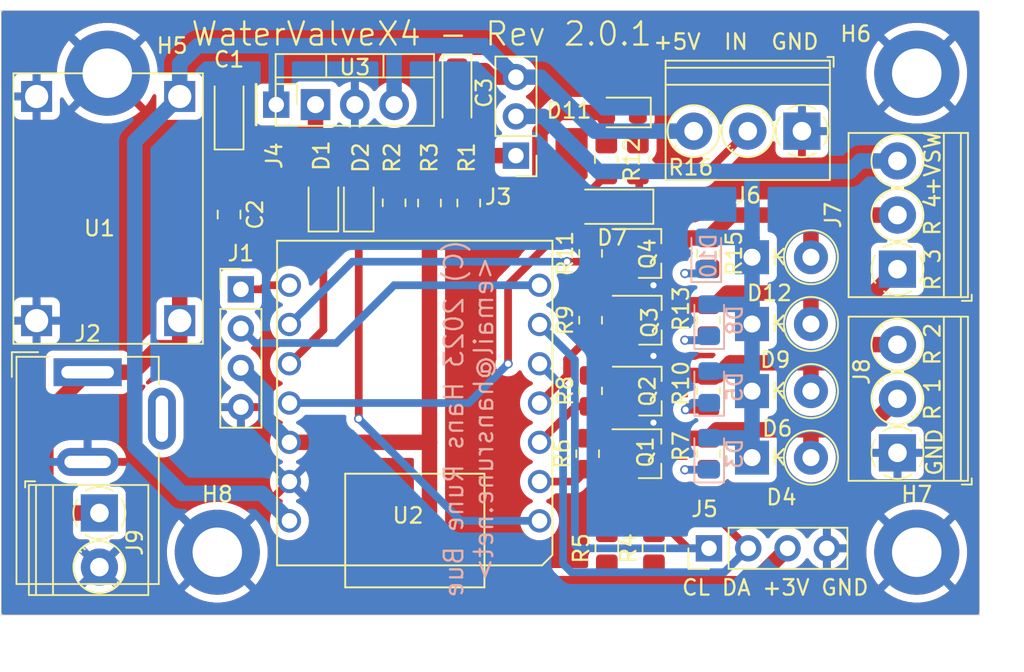
<source format=kicad_pcb>
(kicad_pcb (version 20240108) (generator "pcbnew") (generator_version "8.0")
  (title_block (title "4x Water Valve Control with Water Meter Input") (date "2020-03-01") (rev "Rev 1.1") (company "Hans Rune Bue <email@hansrune.net>"))
  (layers (0 "F.Cu" signal) (31 "B.Cu" signal) (34 "B.Paste" user) (35 "F.Paste" user) (36 "B.SilkS" user "B.Silkscreen") (37 "F.SilkS" user "F.Silkscreen") (38 "B.Mask" user) (39 "F.Mask" user) (44 "Edge.Cuts" user))
  (net 0 "")
  (net 1 "GND")
  (net 2 "+5V")
  (net 3 "+VSW")
  (net 4 "Net-(D1-K)")
  (net 5 "+3V3")
  (net 6 "Net-(D1-A)")
  (net 7 "/PwrIn")
  (net 8 "Net-(D2-A)")
  (net 9 "Net-(D3-K)")
  (net 10 "Net-(D5-K)")
  (net 11 "/GPIO3")
  (net 12 "Net-(D8-K)")
  (net 13 "Net-(D10-K)")
  (net 14 "Net-(D11-K)")
  (net 15 "/RX")
  (net 16 "/TX")
  (net 17 "/SDA")
  (net 18 "/Relay1")
  (net 19 "/Relay2")
  (net 20 "/Relay4")
  (net 21 "/Relay3")
  (net 22 "/GPIO2")
  (net 23 "/GPIO1")
  (net 24 "/SCL")
  (net 25 "Net-(D7-K)")
  (net 26 "Net-(Q1-G)")
  (net 27 "Net-(Q2-G)")
  (net 28 "Net-(Q3-G)")
  (net 29 "Net-(Q4-G)")
  (net 30 "/GPIO10")
  (net 31 "/GPIO8")
  (net 33 "/GPIO5")
  (footprint "Capacitor_Tantalum_SMD:CP_EIA-3216-18_Kemet-A_Pad1.58x1.35mm_HandSolder" (layer "F.Cu") (at 165.354 90.043 -90)
    (property "Reference" "C3" (at 0 -1.75 -90) (layer "F.SilkS"))
    (property "Value" "10uF")
    (pad "1" smd roundrect (at -1.4375 0 270) (size 1.575 1.35) (layers "F.Cu" "F.Paste" "F.Mask") (roundrect_rratio 0.185185) (net 2 "+5V"))
    (pad "2" smd roundrect (at 1.4375 0 270) (size 1.575 1.35) (layers "F.Cu" "F.Paste" "F.Mask") (roundrect_rratio 0.185185) (net 1 "GND"))
  )
  (footprint "Connector_PinHeader_2.54mm:PinHeader_1x04_P2.54mm_Vertical" (layer "F.Cu") (at 151.384 102.753)
    (property "Reference" "J1" (at 0 -2.33 0) (layer "F.SilkS"))
    (property "Value" "Conn_01x04_Male")
    (pad "1" thru_hole rect (at 0 0) (size 1.7 1.7) (drill 1) (layers "*.Cu" "*.Mask") (net 15 "/RX"))
    (pad "2" thru_hole oval (at 0 2.54) (size 1.7 1.7) (drill 1) (layers "*.Cu" "*.Mask") (net 16 "/TX"))
    (pad "3" thru_hole oval (at 0 5.08) (size 1.7 1.7) (drill 1) (layers "*.Cu" "*.Mask") (net 5 "+3V3"))
    (pad "4" thru_hole oval (at 0 7.62) (size 1.7 1.7) (drill 1) (layers "*.Cu" "*.Mask") (net 1 "GND"))
  )
  (footprint "LOCAL1:BarrelJack1" (layer "F.Cu") (at 141.478 108.119)
    (property "Reference" "J2" (at 0 -2.5 0) (layer "F.SilkS"))
    (property "Value" "Barrel_Jack")
    (pad "1" thru_hole rect (at 0 0) (size 4.4 1.8) (drill oval 3.4 0.8) (layers "*.Cu" "*.Mask") (net 7 "/PwrIn"))
    (pad "2" thru_hole oval (at 0 5.8) (size 4 1.8) (drill oval 3 0.8) (layers "*.Cu" "*.Mask") (net 1 "GND"))
    (pad "3" thru_hole oval (at 4.8 3 90) (size 4 1.8) (drill oval 3 0.8) (layers "*.Cu" "*.Mask"))
  )
  (footprint "Connector_PinHeader_2.54mm:PinHeader_1x03_P2.54mm_Vertical" (layer "F.Cu") (at 169.164 94.107 180)
    (property "Reference" "J3" (at 1.143 -2.667 180) (layer "F.SilkS"))
    (property "Value" "Conn_01x03_Male")
    (pad "1" thru_hole rect (at 0 0 180) (size 1.7 1.7) (drill 1) (layers "*.Cu" "*.Mask") (net 7 "/PwrIn"))
    (pad "2" thru_hole oval (at 0 2.54 180) (size 1.7 1.7) (drill 1) (layers "*.Cu" "*.Mask") (net 3 "+VSW"))
    (pad "3" thru_hole oval (at 0 5.08 180) (size 1.7 1.7) (drill 1) (layers "*.Cu" "*.Mask") (net 2 "+5V"))
  )
  (footprint "Connector_PinHeader_2.54mm:PinHeader_1x04_P2.54mm_Vertical" (layer "F.Cu") (at 181.642 119.507 90)
    (property "Reference" "J5" (at 2.54 -0.286 180) (layer "F.SilkS"))
    (property "Value" "Conn_01x04_Male")
    (pad "1" thru_hole rect (at 0 0 90) (size 1.7 1.7) (drill 1) (layers "*.Cu" "*.Mask") (net 24 "/SCL"))
    (pad "2" thru_hole oval (at 0 2.54 90) (size 1.7 1.7) (drill 1) (layers "*.Cu" "*.Mask") (net 17 "/SDA"))
    (pad "3" thru_hole oval (at 0 5.08 90) (size 1.7 1.7) (drill 1) (layers "*.Cu" "*.Mask") (net 5 "+3V3"))
    (pad "4" thru_hole oval (at 0 7.62 90) (size 1.7 1.7) (drill 1) (layers "*.Cu" "*.Mask") (net 1 "GND"))
  )
  (footprint "Package_TO_SOT_SMD:SOT-23_Handsoldering" (layer "F.Cu") (at 177.8 113.387)
    (property "Reference" "Q1" (at -0.254 -0.103 90) (layer "F.SilkS"))
    (property "Value" "IRLML2502")
    (pad "1" smd rect (at -1.5 -0.95) (size 1.9 0.8) (layers "F.Cu" "F.Paste" "F.Mask") (net 26 "Net-(Q1-G)"))
    (pad "2" smd rect (at -1.5 0.95) (size 1.9 0.8) (layers "F.Cu" "F.Paste" "F.Mask") (net 1 "GND"))
    (pad "3" smd rect (at 1.5 0) (size 1.9 0.8) (layers "F.Cu" "F.Paste" "F.Mask") (net 18 "/Relay1"))
  )
  (footprint "Package_TO_SOT_SMD:SOT-23_Handsoldering" (layer "F.Cu") (at 177.824 109.338)
    (property "Reference" "Q2" (at -0.151 0.009 90) (layer "F.SilkS"))
    (property "Value" "IRLML2502")
    (pad "1" smd rect (at -1.5 -0.95) (size 1.9 0.8) (layers "F.Cu" "F.Paste" "F.Mask") (net 27 "Net-(Q2-G)"))
    (pad "2" smd rect (at -1.5 0.95) (size 1.9 0.8) (layers "F.Cu" "F.Paste" "F.Mask") (net 1 "GND"))
    (pad "3" smd rect (at 1.5 0) (size 1.9 0.8) (layers "F.Cu" "F.Paste" "F.Mask") (net 19 "/Relay2"))
  )
  (footprint "Resistor_SMD:R_0805_2012Metric_Pad1.20x1.40mm_HandSolder" (layer "F.Cu") (at 173.99 109.323 90)
    (property "Reference" "R8" (at 0 -1.65 90) (layer "F.SilkS"))
    (property "Value" "1k")
    (pad "1" smd roundrect (at -1 0 90) (size 1.2 1.4) (layers "F.Cu" "F.Paste" "F.Mask") (roundrect_rratio 0.208333) (net 33 "/GPIO5"))
    (pad "2" smd roundrect (at 1 0 90) (size 1.2 1.4) (layers "F.Cu" "F.Paste" "F.Mask") (roundrect_rratio 0.208333) (net 27 "Net-(Q2-G)"))
  )
  (footprint "Resistor_SMD:R_0805_2012Metric_Pad1.20x1.40mm_HandSolder" (layer "F.Cu") (at 175.038 119.507 90)
    (property "Reference" "R5" (at 0 -1.65 90) (layer "F.SilkS"))
    (property "Value" "10k")
    (pad "1" smd roundrect (at -1 0 90) (size 1.2 1.4) (layers "F.Cu" "F.Paste" "F.Mask") (roundrect_rratio 0.208333) (net 5 "+3V3"))
    (pad "2" smd roundrect (at 1 0 90) (size 1.2 1.4) (layers "F.Cu" "F.Paste" "F.Mask") (roundrect_rratio 0.208333) (net 17 "/SDA"))
  )
  (footprint "Resistor_SMD:R_0805_2012Metric_Pad1.20x1.40mm_HandSolder" (layer "F.Cu") (at 173.7981 113.387 90)
    (property "Reference" "R6" (at 0 -1.65 90) (layer "F.SilkS"))
    (property "Value" "1k")
    (pad "1" smd roundrect (at -1 0 90) (size 1.2 1.4) (layers "F.Cu" "F.Paste" "F.Mask") (roundrect_rratio 0.208333) (net 23 "/GPIO1"))
    (pad "2" smd roundrect (at 1 0 90) (size 1.2 1.4) (layers "F.Cu" "F.Paste" "F.Mask") (roundrect_rratio 0.208333) (net 26 "Net-(Q1-G)"))
  )
  (footprint "Resistor_SMD:R_0805_2012Metric_Pad1.20x1.40mm_HandSolder" (layer "F.Cu") (at 181.61 113.387 -90)
    (property "Reference" "R7" (at -0.484 1.778 -90) (layer "F.SilkS"))
    (property "Value" "1k")
    (pad "1" smd roundrect (at -1 0 270) (size 1.2 1.4) (layers "F.Cu" "F.Paste" "F.Mask") (roundrect_rratio 0.208333) (net 18 "/Relay1"))
    (pad "2" smd roundrect (at 1 0 270) (size 1.2 1.4) (layers "F.Cu" "F.Paste" "F.Mask") (roundrect_rratio 0.208333) (net 9 "Net-(D3-K)"))
  )
  (footprint "LOCAL1:XIAO_ESP32C3_THT" (layer "F.Cu") (at 171.523 99.609 180)
    (property "Reference" "U2" (at 9.3345 -17.78 180) (layer "F.SilkS"))
    (property "Value" "SeedStudio XIAO ESP32 C3 v1")
    (pad "1" thru_hole circle (at 0.835 -18.12 180) (size 1.5 1.5) (drill 1) (layers "*.Cu" "*.Mask") (net 22 "/GPIO2"))
    (pad "2" thru_hole circle (at 0.835 -15.58 180) (size 1.5 1.5) (drill 1) (layers "*.Cu" "*.Mask") (net 23 "/GPIO1"))
    (pad "3" thru_hole circle (at 0.835 -13.04 180) (size 1.5 1.5) (drill 1) (layers "*.Cu" "*.Mask") (net 33 "/GPIO5"))
    (pad "4" thru_hole circle (at 0.835 -10.5 180) (size 1.5 1.5) (drill 1) (layers "*.Cu" "*.Mask") (net 11 "/GPIO3"))
    (pad "5" thru_hole circle (at 0.835 -7.96 180) (size 1.5 1.5) (drill 1) (layers "*.Cu" "*.Mask") (net 17 "/SDA"))
    (pad "6" thru_hole circle (at 0.835 -5.42 180) (size 1.5 1.5) (drill 1) (layers "*.Cu" "*.Mask") (net 24 "/SCL"))
    (pad "7" thru_hole circle (at 0.835 -2.88 180) (size 1.5 1.5) (drill 1) (layers "*.Cu" "*.Mask") (net 16 "/TX"))
    (pad "8" thru_hole circle (at 17 -2.88 180) (size 1.5 1.5) (drill 1) (layers "*.Cu" "*.Mask") (net 15 "/RX"))
    (pad "9" thru_hole circle (at 17 -5.42 180) (size 1.5 1.5) (drill 1) (layers "*.Cu" "*.Mask") (net 31 "/GPIO8"))
    (pad "10" thru_hole circle (at 17 -7.96 180) (size 1.5 1.5) (drill 1) (layers "*.Cu" "*.Mask") (net 4 "Net-(D1-K)"))
    (pad "11" thru_hole circle (at 17 -10.5 180) (size 1.5 1.5) (drill 1) (layers "*.Cu" "*.Mask") (net 30 "/GPIO10"))
    (pad "12" thru_hole circle (at 17 -13.04 180) (size 1.5 1.5) (drill 1) (layers "*.Cu" "*.Mask") (net 5 "+3V3"))
    (pad "13" thru_hole circle (at 17 -15.58 180) (size 1.5 1.5) (drill 1) (layers "*.Cu" "*.Mask") (net 1 "GND"))
    (pad "14" thru_hole circle (at 17 -18.12 180) (size 1.5 1.5) (drill 1) (layers "*.Cu" "*.Mask") (net 2 "+5V"))
  )
  (footprint "Package_TO_SOT_THT:TO-220-3_Vertical" (layer "F.Cu") (at 156.21 90.805)
    (property "Reference" "U3" (at 2.54 -2.413 0) (layer "F.SilkS"))
    (property "Value" "L7805")
    (pad "1" thru_hole rect (at 0 0) (size 1.905 2) (drill 1.1) (layers "*.Cu" "*.Mask") (net 7 "/PwrIn"))
    (pad "2" thru_hole oval (at 2.54 0) (size 1.905 2) (drill 1.1) (layers "*.Cu" "*.Mask") (net 1 "GND"))
    (pad "3" thru_hole oval (at 5.08 0) (size 1.905 2) (drill 1.1) (layers "*.Cu" "*.Mask") (net 2 "+5V"))
  )
  (footprint "Resistor_SMD:R_0805_2012Metric_Pad1.20x1.40mm_HandSolder" (layer "F.Cu") (at 181.61 109.323 -90)
    (property "Reference" "R10" (at -0.484 1.778 -90) (layer "F.SilkS"))
    (property "Value" "1k")
    (pad "1" smd roundrect (at -1 0 270) (size 1.2 1.4) (layers "F.Cu" "F.Paste" "F.Mask") (roundrect_rratio 0.208333) (net 19 "/Relay2"))
    (pad "2" smd roundrect (at 1 0 270) (size 1.2 1.4) (layers "F.Cu" "F.Paste" "F.Mask") (roundrect_rratio 0.208333) (net 10 "Net-(D5-K)"))
  )
  (footprint "Capacitor_SMD:C_0805_2012Metric_Pad1.18x1.45mm_HandSolder" (layer "F.Cu") (at 150.622 97.917 -90)
    (property "Reference" "C2" (at 0 -1.68 -90) (layer "F.SilkS"))
    (property "Value" "100nF")
    (pad "1" smd roundrect (at -1.0375 0 270) (size 1.175 1.45) (layers "F.Cu" "F.Paste" "F.Mask") (roundrect_rratio 0.212766) (net 7 "/PwrIn"))
    (pad "2" smd roundrect (at 1.0375 0 270) (size 1.175 1.45) (layers "F.Cu" "F.Paste" "F.Mask") (roundrect_rratio 0.212766) (net 1 "GND"))
  )
  (footprint "Resistor_SMD:R_0805_2012Metric_Pad1.20x1.40mm_HandSolder" (layer "F.Cu") (at 178.086 119.507 90)
    (property "Reference" "R4" (at 0 -1.65 90) (layer "F.SilkS"))
    (property "Value" "10k")
    (pad "1" smd roundrect (at -1 0 90) (size 1.2 1.4) (layers "F.Cu" "F.Paste" "F.Mask") (roundrect_rratio 0.208333) (net 5 "+3V3"))
    (pad "2" smd roundrect (at 1 0 90) (size 1.2 1.4) (layers "F.Cu" "F.Paste" "F.Mask") (roundrect_rratio 0.208333) (net 24 "/SCL"))
  )
  (footprint "LED_SMD:LED_0805_2012Metric_Pad1.15x1.40mm_HandSolder" (layer "F.Cu") (at 159.004 97.155 90)
    (property "Reference" "D2" (at 2.921 0.127 90) (layer "F.SilkS"))
    (property "Value" "LED")
    (pad "1" smd roundrect (at -1.025 0 90) (size 1.15 1.4) (layers "F.Cu" "F.Paste" "F.Mask") (roundrect_rratio 0.217391) (net 22 "/GPIO2"))
    (pad "2" smd roundrect (at 1.025 0 90) (size 1.15 1.4) (layers "F.Cu" "F.Paste" "F.Mask") (roundrect_rratio 0.217391) (net 8 "Net-(D2-A)"))
  )
  (footprint "Resistor_SMD:R_0805_2012Metric_Pad1.20x1.40mm_HandSolder" (layer "F.Cu") (at 163.576 97.171 -90)
    (property "Reference" "R3" (at -2.937 0 -90) (layer "F.SilkS"))
    (property "Value" "330")
    (pad "1" smd roundrect (at -1 0 270) (size 1.2 1.4) (layers "F.Cu" "F.Paste" "F.Mask") (roundrect_rratio 0.208333) (net 8 "Net-(D2-A)"))
    (pad "2" smd roundrect (at 1 0 270) (size 1.2 1.4) (layers "F.Cu" "F.Paste" "F.Mask") (roundrect_rratio 0.208333) (net 5 "+3V3"))
  )
  (footprint "TerminalBlock_Phoenix:TerminalBlock_Phoenix_PT-1,5-3-3.5-H_1x03_P3.50mm_Horizontal" (layer "F.Cu") (at 193.826 101.449 90)
    (property "Reference" "J7" (at 3.5 -4.16 90) (layer "F.SilkS"))
    (property "Value" "Screw_Terminal_01x03")
    (pad "1" thru_hole rect (at 0 0 90) (size 2.4 2.4) (drill 1.2) (layers "*.Cu" "*.Mask") (net 21 "/Relay3"))
    (pad "2" thru_hole circle (at 3.5 0 90) (size 2.4 2.4) (drill 1.2) (layers "*.Cu" "*.Mask") (net 20 "/Relay4"))
    (pad "3" thru_hole circle (at 7 0 90) (size 2.4 2.4) (drill 1.2) (layers "*.Cu" "*.Mask") (net 3 "+VSW"))
  )
  (footprint "LOCAL1:DCDC_01" (layer "F.Cu") (at 138.43 91.029 180)
    (property "Reference" "U1" (at -3.81 -7.777 0) (layer "F.SilkS"))
    (property "Value" "Project_DCDC_01")
    (pad "1" thru_hole rect (at -9 -13.75 270) (size 2 2) (drill 1.5) (layers "*.Cu" "*.Mask") (net 7 "/PwrIn"))
    (pad "2" thru_hole rect (at 0.25 -13.75 270) (size 2 2) (drill 1.5) (layers "*.Cu" "*.Mask") (net 1 "GND"))
    (pad "3" thru_hole rect (at -9 0.75 270) (size 2 2) (drill 1.5) (layers "*.Cu" "*.Mask") (net 2 "+5V"))
    (pad "4" thru_hole rect (at 0.25 0.75 270) (size 2 2) (drill 1.5) (layers "*.Cu" "*.Mask") (net 1 "GND"))
  )
  (footprint "Diode_THT:D_DO-41_SOD81_P3.81mm_Vertical_KathodeUp" (layer "F.Cu") (at 184.4233 113.641)
    (property "Reference" "D4" (at 1.905 2.564 0) (layer "F.SilkS"))
    (property "Value" "1N4007")
    (fp_text user "K" (at 1.729683 0 0) (layer "F.SilkS"))
    (pad "1" thru_hole rect (at 0 0) (size 2.2 2.2) (drill 1.1) (layers "*.Cu" "*.Mask") (net 3 "+VSW"))
    (pad "2" thru_hole oval (at 3.81 0) (size 2.2 2.2) (drill 1.1) (layers "*.Cu" "*.Mask") (net 18 "/Relay1"))
  )
  (footprint "Diode_THT:D_DO-41_SOD81_P3.81mm_Vertical_KathodeUp" (layer "F.Cu") (at 184.4233 109.338)
    (property "Reference" "D6" (at 1.6317 2.422 0) (layer "F.SilkS"))
    (property "Value" "1N4007")
    (fp_text user "K" (at 1.729683 0 0) (layer "F.SilkS"))
    (pad "1" thru_hole rect (at 0 0) (size 2.2 2.2) (drill 1.1) (layers "*.Cu" "*.Mask") (net 3 "+VSW"))
    (pad "2" thru_hole oval (at 3.81 0) (size 2.2 2.2) (drill 1.1) (layers "*.Cu" "*.Mask") (net 19 "/Relay2"))
  )
  (footprint "TerminalBlock_Phoenix:TerminalBlock_Phoenix_PT-1,5-3-3.5-H_1x03_P3.50mm_Horizontal" (layer "F.Cu") (at 193.826 113.331 90)
    (property "Reference" "J8" (at 5.254 -2.31 90) (layer "F.SilkS"))
    (property "Value" "Screw_Terminal_01x03")
    (pad "1" thru_hole rect (at 0 0 90) (size 2.4 2.4) (drill 1.2) (layers "*.Cu" "*.Mask") (net 1 "GND"))
    (pad "2" thru_hole circle (at 3.5 0 90) (size 2.4 2.4) (drill 1.2) (layers "*.Cu" "*.Mask") (net 18 "/Relay1"))
    (pad "3" thru_hole circle (at 7 0 90) (size 2.4 2.4) (drill 1.2) (layers "*.Cu" "*.Mask") (net 19 "/Relay2"))
  )
  (footprint "Diode_THT:D_DO-41_SOD81_P3.81mm_Vertical_KathodeUp" (layer "F.Cu") (at 184.4233 104.996)
    (property "Reference" "D9" (at 1.5047 2.319 0) (layer "F.SilkS"))
    (property "Value" "1N4007")
    (fp_text user "K" (at 1.729683 0 0) (layer "F.SilkS"))
    (pad "1" thru_hole rect (at 0 0) (size 2.2 2.2) (drill 1.1) (layers "*.Cu" "*.Mask") (net 3 "+VSW"))
    (pad "2" thru_hole oval (at 3.81 0) (size 2.2 2.2) (drill 1.1) (layers "*.Cu" "*.Mask") (net 21 "/Relay3"))
  )
  (footprint "Diode_THT:D_DO-41_SOD81_P3.81mm_Vertical_KathodeUp" (layer "F.Cu") (at 184.4233 100.678)
    (property "Reference" "D12" (at 1.1237 2.319 0) (layer "F.SilkS"))
    (property "Value" "1N4007")
    (fp_text user "K" (at 1.729683 0 0) (layer "F.SilkS"))
    (pad "1" thru_hole rect (at 0 0) (size 2.2 2.2) (drill 1.1) (layers "*.Cu" "*.Mask") (net 3 "+VSW"))
    (pad "2" thru_hole oval (at 3.81 0) (size 2.2 2.2) (drill 1.1) (layers "*.Cu" "*.Mask") (net 20 "/Relay4"))
  )
  (footprint "Resistor_SMD:R_0805_2012Metric_Pad1.20x1.40mm_HandSolder" (layer "F.Cu") (at 173.99 100.433 90)
    (property "Reference" "R11" (at 0 -1.65 90) (layer "F.SilkS"))
    (property "Value" "1k")
    (pad "1" smd roundrect (at -1 0 90) (size 1.2 1.4) (layers "F.Cu" "F.Paste" "F.Mask") (roundrect_rratio 0.208333) (net 31 "/GPIO8"))
    (pad "2" smd roundrect (at 1 0 90) (size 1.2 1.4) (layers "F.Cu" "F.Paste" "F.Mask") (roundrect_rratio 0.208333) (net 29 "Net-(Q4-G)"))
  )
  (footprint "Resistor_SMD:R_0805_2012Metric_Pad1.20x1.40mm_HandSolder" (layer "F.Cu") (at 173.99 104.751 90)
    (property "Reference" "R9" (at 0 -1.65 90) (layer "F.SilkS"))
    (property "Value" "1k")
    (pad "1" smd roundrect (at -1 0 90) (size 1.2 1.4) (layers "F.Cu" "F.Paste" "F.Mask") (roundrect_rratio 0.208333) (net 11 "/GPIO3"))
    (pad "2" smd roundrect (at 1 0 90) (size 1.2 1.4) (layers "F.Cu" "F.Paste" "F.Mask") (roundrect_rratio 0.208333) (net 28 "Net-(Q3-G)"))
  )
  (footprint "Package_TO_SOT_SMD:SOT-23_Handsoldering" (layer "F.Cu") (at 177.824 104.751)
    (property "Reference" "Q3" (at -0.024 0.151 90) (layer "F.SilkS"))
    (property "Value" "IRLML2502")
    (pad "1" smd rect (at -1.5 -0.95) (size 1.9 0.8) (layers "F.Cu" "F.Paste" "F.Mask") (net 28 "Net-(Q3-G)"))
    (pad "2" smd rect (at -1.5 0.95) (size 1.9 0.8) (layers "F.Cu" "F.Paste" "F.Mask") (net 1 "GND"))
    (pad "3" smd rect (at 1.5 0) (size 1.9 0.8) (layers "F.Cu" "F.Paste" "F.Mask") (net 21 "/Relay3"))
  )
  (footprint "Resistor_SMD:R_0805_2012Metric_Pad1.20x1.40mm_HandSolder" (layer "F.Cu") (at 181.61 104.751 -90)
    (property "Reference" "R13" (at -0.738 1.778 -90) (layer "F.SilkS"))
    (property "Value" "1k")
    (pad "1" smd roundrect (at -1 0 270) (size 1.2 1.4) (layers "F.Cu" "F.Paste" "F.Mask") (roundrect_rratio 0.208333) (net 21 "/Relay3"))
    (pad "2" smd roundrect (at 1 0 270) (size 1.2 1.4) (layers "F.Cu" "F.Paste" "F.Mask") (roundrect_rratio 0.208333) (net 12 "Net-(D8-K)"))
  )
  (footprint "Resistor_SMD:R_0805_2012Metric_Pad1.20x1.40mm_HandSolder" (layer "F.Cu") (at 181.61 100.433 -90)
    (property "Reference" "R15" (at 0 -1.65 -90) (layer "F.SilkS"))
    (property "Value" "1k")
    (pad "1" smd roundrect (at -1 0 270) (size 1.2 1.4) (layers "F.Cu" "F.Paste" "F.Mask") (roundrect_rratio 0.208333) (net 20 "/Relay4"))
    (pad "2" smd roundrect (at 1 0 270) (size 1.2 1.4) (layers "F.Cu" "F.Paste" "F.Mask") (roundrect_rratio 0.208333) (net 13 "Net-(D10-K)"))
  )
  (footprint "Package_TO_SOT_SMD:SOT-23_Handsoldering" (layer "F.Cu") (at 177.8 100.433)
    (property "Reference" "Q4" (at -0.127 0.024 90) (layer "F.SilkS"))
    (property "Value" "IRLML2502")
    (pad "1" smd rect (at -1.5 -0.95) (size 1.9 0.8) (layers "F.Cu" "F.Paste" "F.Mask") (net 29 "Net-(Q4-G)"))
    (pad "2" smd rect (at -1.5 0.95) (size 1.9 0.8) (layers "F.Cu" "F.Paste" "F.Mask") (net 1 "GND"))
    (pad "3" smd rect (at 1.5 0) (size 1.9 0.8) (layers "F.Cu" "F.Paste" "F.Mask") (net 20 "/Relay4"))
  )
  (footprint "Connector_PinHeader_2.54mm:PinHeader_1x01_P2.54mm_Vertical" (layer "F.Cu") (at 153.67 90.805 -90)
    (property "Reference" "J4" (at 3.302 0.127 -90) (layer "F.SilkS"))
    (property "Value" "Conn_01x01_Male")
    (pad "1" thru_hole rect (at 0 0 270) (size 1.7 1.7) (drill 1) (layers "*.Cu" "*.Mask") (net 2 "+5V"))
  )
  (footprint "Capacitor_Tantalum_SMD:CP_EIA-3216-18_Kemet-A_Pad1.58x1.35mm_HandSolder" (layer "F.Cu") (at 150.622 91.2237 90)
    (property "Reference" "C1" (at 3.3397 0 180) (layer "F.SilkS"))
    (property "Value" "10uF")
    (pad "1" smd roundrect (at -1.4375 0 90) (size 1.575 1.35) (layers "F.Cu" "F.Paste" "F.Mask") (roundrect_rratio 0.185185) (net 7 "/PwrIn"))
    (pad "2" smd roundrect (at 1.4375 0 90) (size 1.575 1.35) (layers "F.Cu" "F.Paste" "F.Mask") (roundrect_rratio 0.185185) (net 1 "GND"))
  )
  (footprint "Resistor_SMD:R_0805_2012Metric_Pad1.20x1.40mm_HandSolder" (layer "F.Cu") (at 175.006 94.361 -90)
    (property "Reference" "R12" (at 0 -1.65 90) (layer "F.SilkS"))
    (property "Value" "10k")
    (pad "1" smd roundrect (at -1 0 270) (size 1.2 1.4) (layers "F.Cu" "F.Paste" "F.Mask") (roundrect_rratio 0.208333) (net 5 "+3V3"))
    (pad "2" smd roundrect (at 1 0 270) (size 1.2 1.4) (layers "F.Cu" "F.Paste" "F.Mask") (roundrect_rratio 0.208333) (net 30 "/GPIO10"))
  )
  (footprint "Resistor_SMD:R_0805_2012Metric_Pad1.20x1.40mm_HandSolder" (layer "F.Cu") (at 166.116 97.171 -90)
    (property "Reference" "R1" (at -2.937 0.127 -90) (layer "F.SilkS"))
    (property "Value" "330")
    (pad "1" smd roundrect (at -1 0 270) (size 1.2 1.4) (layers "F.Cu" "F.Paste" "F.Mask") (roundrect_rratio 0.208333) (net 6 "Net-(D1-A)"))
    (pad "2" smd roundrect (at 1 0 270) (size 1.2 1.4) (layers "F.Cu" "F.Paste" "F.Mask") (roundrect_rratio 0.208333) (net 5 "+3V3"))
  )
  (footprint "Diode_SMD:D_MiniMELF" (layer "F.Cu") (at 175.387 97.409 180)
    (property "Reference" "D7" (at 0 -2 0) (layer "F.SilkS"))
    (property "Value" "1N4148")
    (pad "1" smd roundrect (at -1.75 0 180) (size 1.3 1.7) (layers "F.Cu" "F.Paste" "F.Mask") (roundrect_rratio 0.1923076923) (net 25 "Net-(D7-K)"))
    (pad "2" smd roundrect (at 1.75 0 180) (size 1.3 1.7) (layers "F.Cu" "F.Paste" "F.Mask") (roundrect_rratio 0.1923076923) (net 30 "/GPIO10"))
  )
  (footprint "MountingHole:MountingHole_3.2mm_M3_ISO14580_Pad" (layer "F.Cu") (at 195.072 119.761)
    (property "Reference" "H7" (at 0 -3.75 0) (layer "F.SilkS"))
    (property "Value" "MountingHole_Pad")
    (pad "1" thru_hole circle (at 0 0) (size 5.5 5.5) (drill 3.2) (layers "*.Cu" "*.Mask") (net 1 "GND"))
  )
  (footprint "Resistor_SMD:R_0805_2012Metric_Pad1.20x1.40mm_HandSolder" (layer "F.Cu") (at 177.047 94.361 90)
    (property "Reference" "R16" (at -0.508 3.42 180) (layer "F.SilkS"))
    (property "Value" "330")
    (pad "1" smd roundrect (at -1 0 90) (size 1.2 1.4) (layers "F.Cu" "F.Paste" "F.Mask") (roundrect_rratio 0.208333) (net 25 "Net-(D7-K)"))
    (pad "2" smd roundrect (at 1 0 90) (size 1.2 1.4) (layers "F.Cu" "F.Paste" "F.Mask") (roundrect_rratio 0.208333) (net 14 "Net-(D11-K)"))
  )
  (footprint "LED_SMD:LED_0805_2012Metric_Pad1.15x1.40mm_HandSolder" (layer "F.Cu") (at 156.718 97.155 90)
    (property "Reference" "D1" (at 3.048 -0.127 90) (layer "F.SilkS"))
    (property "Value" "LED")
    (pad "1" smd roundrect (at -1.025 0 90) (size 1.15 1.4) (layers "F.Cu" "F.Paste" "F.Mask") (roundrect_rratio 0.217391) (net 4 "Net-(D1-K)"))
    (pad "2" smd roundrect (at 1.025 0 90) (size 1.15 1.4) (layers "F.Cu" "F.Paste" "F.Mask") (roundrect_rratio 0.217391) (net 6 "Net-(D1-A)"))
  )
  (footprint "Resistor_SMD:R_0805_2012Metric_Pad1.20x1.40mm_HandSolder" (layer "F.Cu") (at 161.29 97.155 90)
    (property "Reference" "R2" (at 2.921 -0.127 90) (layer "F.SilkS"))
    (property "Value" "10k")
    (pad "1" smd roundrect (at -1 0 90) (size 1.2 1.4) (layers "F.Cu" "F.Paste" "F.Mask") (roundrect_rratio 0.208333) (net 5 "+3V3"))
    (pad "2" smd roundrect (at 1 0 90) (size 1.2 1.4) (layers "F.Cu" "F.Paste" "F.Mask") (roundrect_rratio 0.208333) (net 22 "/GPIO2"))
  )
  (footprint "MountingHole:MountingHole_3.2mm_M3_ISO14580_Pad" (layer "F.Cu") (at 142.748 88.773)
    (property "Reference" "H5" (at 4.191 -1.778 0) (layer "F.SilkS"))
    (property "Value" "MountingHole_Pad")
    (pad "1" thru_hole circle (at 0 0) (size 5.5 5.5) (drill 3.2) (layers "*.Cu" "*.Mask") (net 1 "GND"))
  )
  (footprint "TerminalBlock_Phoenix:TerminalBlock_Phoenix_PT-1,5-2-3.5-H_1x02_P3.50mm_Horizontal" (layer "F.Cu") (at 142.24 117.221 -90)
    (property "Reference" "J9" (at 1.905 -2.286 -90) (layer "F.SilkS"))
    (property "Value" "Screw_Terminal_01x02")
    (pad "1" thru_hole rect (at 0 0 270) (size 2.4 2.4) (drill 1.2) (layers "*.Cu" "*.Mask") (net 7 "/PwrIn"))
    (pad "2" thru_hole circle (at 3.5 0 270) (size 2.4 2.4) (drill 1.2) (layers "*.Cu" "*.Mask") (net 1 "GND"))
  )
  (footprint "LED_SMD:LED_0805_2012Metric_Pad1.15x1.40mm_HandSolder" (layer "F.Cu") (at 176.022 91.313 180)
    (property "Reference" "D11" (at 3.429 0.127 180) (layer "F.SilkS"))
    (property "Value" "LED")
    (pad "1" smd roundrect (at -1.025 0 180) (size 1.15 1.4) (layers "F.Cu" "F.Paste" "F.Mask") (roundrect_rratio 0.217391) (net 14 "Net-(D11-K)"))
    (pad "2" smd roundrect (at 1.025 0 180) (size 1.15 1.4) (layers "F.Cu" "F.Paste" "F.Mask") (roundrect_rratio 0.217391) (net 5 "+3V3"))
  )
  (footprint "MountingHole:MountingHole_3.2mm_M3_ISO14580_Pad" (layer "F.Cu") (at 149.86 119.761)
    (property "Reference" "H8" (at 0 -3.75 0) (layer "F.SilkS"))
    (property "Value" "MountingHole_Pad")
    (pad "1" thru_hole circle (at 0 0) (size 5.5 5.5) (drill 3.2) (layers "*.Cu" "*.Mask") (net 1 "GND"))
  )
  (footprint "MountingHole:MountingHole_3.2mm_M3_ISO14580_Pad" (layer "F.Cu") (at 195.072 88.773)
    (property "Reference" "H6" (at -3.937 -2.54 0) (layer "F.SilkS"))
    (property "Value" "MountingHole_Pad")
    (pad "1" thru_hole circle (at 0 0) (size 5.5 5.5) (drill 3.2) (layers "*.Cu" "*.Mask") (net 1 "GND"))
  )
  (footprint "TerminalBlock_Phoenix:TerminalBlock_Phoenix_PT-1,5-3-3.5-H_1x03_P3.50mm_Horizontal" (layer "F.Cu") (at 187.65 92.521 180)
    (property "Reference" "J6" (at 3.5 -4.16 180) (layer "F.SilkS"))
    (property "Value" "Screw_Terminal_01x03")
    (pad "1" thru_hole rect (at 0 0 180) (size 2.4 2.4) (drill 1.2) (layers "*.Cu" "*.Mask") (net 1 "GND"))
    (pad "2" thru_hole circle (at 3.5 0 180) (size 2.4 2.4) (drill 1.2) (layers "*.Cu" "*.Mask") (net 25 "Net-(D7-K)"))
    (pad "3" thru_hole circle (at 7 0 180) (size 2.4 2.4) (drill 1.2) (layers "*.Cu" "*.Mask") (net 2 "+5V"))
  )
  (footprint "LED_SMD:LED_0805_2012Metric_Pad1.15x1.40mm_HandSolder" (layer "B.Cu") (at 181.658 113.387 90)
    (property "Reference" "D3" (at 0 1.65 -90) (layer "B.SilkS") (effects (justify mirror)))
    (property "Value" "LED")
    (pad "1" smd roundrect (at -1.025 0 90) (size 1.15 1.4) (layers "B.Cu" "B.Paste" "B.Mask") (roundrect_rratio 0.217391) (net 9 "Net-(D3-K)"))
    (pad "2" smd roundrect (at 1.025 0 90) (size 1.15 1.4) (layers "B.Cu" "B.Paste" "B.Mask") (roundrect_rratio 0.217391) (net 3 "+VSW"))
  )
  (footprint "LED_SMD:LED_0805_2012Metric_Pad1.15x1.40mm_HandSolder" (layer "B.Cu") (at 181.658 104.751 90)
    (property "Reference" "D8" (at 0 1.65 -90) (layer "B.SilkS") (effects (justify mirror)))
    (property "Value" "LED")
    (pad "1" smd roundrect (at -1.025 0 90) (size 1.15 1.4) (layers "B.Cu" "B.Paste" "B.Mask") (roundrect_rratio 0.217391) (net 12 "Net-(D8-K)"))
    (pad "2" smd roundrect (at 1.025 0 90) (size 1.15 1.4) (layers "B.Cu" "B.Paste" "B.Mask") (roundrect_rratio 0.217391) (net 3 "+VSW"))
  )
  (footprint "LED_SMD:LED_0805_2012Metric_Pad1.15x1.40mm_HandSolder" (layer "B.Cu") (at 181.4661 100.424 90)
    (property "Reference" "D10" (at -0.16 0.1439 -90) (layer "B.SilkS") (effects (justify mirror)))
    (property "Value" "LED")
    (pad "1" smd roundrect (at -1.025 0 90) (size 1.15 1.4) (layers "B.Cu" "B.Paste" "B.Mask") (roundrect_rratio 0.217391) (net 13 "Net-(D10-K)"))
    (pad "2" smd roundrect (at 1.025 0 90) (size 1.15 1.4) (layers "B.Cu" "B.Paste" "B.Mask") (roundrect_rratio 0.217391) (net 3 "+VSW"))
  )
  (footprint "LED_SMD:LED_0805_2012Metric_Pad1.15x1.40mm_HandSolder" (layer "B.Cu") (at 181.658 109.069 90)
    (property "Reference" "D5" (at 0 1.65 -90) (layer "B.SilkS") (effects (justify mirror)))
    (property "Value" "LED")
    (pad "1" smd roundrect (at -1.025 0 90) (size 1.15 1.4) (layers "B.Cu" "B.Paste" "B.Mask") (roundrect_rratio 0.217391) (net 10 "Net-(D5-K)"))
    (pad "2" smd roundrect (at 1.025 0 90) (size 1.15 1.4) (layers "B.Cu" "B.Paste" "B.Mask") (roundrect_rratio 0.217391) (net 3 "+VSW"))
  )
  (gr_line (start 199.136 84.709) (end 135.89 84.709) (stroke (width 0.05)) (layer "Edge.Cuts"))
  (gr_line (start 199.136 123.825) (end 199.136 84.709) (stroke (width 0.05)) (layer "Edge.Cuts"))
  (gr_line (start 135.89 123.825) (end 199.136 123.825) (stroke (width 0.05)) (layer "Edge.Cuts"))
  (gr_line (start 135.89 84.709) (end 135.89 123.825) (stroke (width 0.05)) (layer "Edge.Cuts"))
  (gr_text "(C) 2023 Hans Rune Bue\n<email@hansrune.net>" (at 166.116 111.125 -270) (layer "B.SilkS") (effects (font (size 1.2 1.2)) (justify mirror)))
  (gr_text "+5V  IN  GND" (at 183.388 86.741 0) (layer "F.SilkS") (effects (font (size 1 1))))
  (gr_text "R 4" (at 196.088 97.917 90) (layer "F.SilkS") (effects (font (size 1 1))))
  (gr_text "R 3" (at 196.088 101.473 90) (layer "F.SilkS") (effects (font (size 1 1))))
  (gr_text "CL DA +3V GND" (at 185.928 122.047 0) (layer "F.SilkS") (effects (font (size 1 1))))
  (gr_text "R 1" (at 196.088 109.855 90) (layer "F.SilkS") (effects (font (size 1 1))))
  (gr_text "+VSW" (at 196.088 94.615 90) (layer "F.SilkS") (effects (font (size 1 1))))
  (gr_text "GND" (at 196.215 113.284 90) (layer "F.SilkS") (effects (font (size 1 1))))
  (gr_text "WaterValveX4 - Rev 2.0.1\n" (at 163.068 86.233 0) (layer "F.SilkS") (effects (font (size 1.5 1.5))))
  (gr_text "R 2" (at 196.088 106.299 90) (layer "F.SilkS") (effects (font (size 1 1))))
  (via (at 178.054 102.489) (size 0.6) (drill 0.4) (layers "F.Cu" "B.Cu") (net 1))
  (via (at 178.054 107.061) (size 0.6) (drill 0.4) (layers "F.Cu" "B.Cu") (net 1))
  (via (at 178.054 111.379) (size 0.6) (drill 0.4) (layers "F.Cu" "B.Cu") (net 1))
  (segment (start 169.164 89.027) (end 167.564 89.027) (width 1) (layer "F.Cu") (net 2))
  (segment (start 167.564 89.027) (end 167.1425 88.6055) (width 1) (layer "F.Cu") (net 2))
  (segment (start 167.1425 88.6055) (end 165.354 88.6055) (width 1) (layer "F.Cu") (net 2))
  (segment (start 148.59 86.995) (end 147.43 88.155) (width 1) (layer "B.Cu") (net 2))
  (segment (start 144.526 112.903) (end 147.574 115.951) (width 1) (layer "B.Cu") (net 2))
  (segment (start 147.43 88.155) (end 147.43 90.279) (width 1) (layer "B.Cu") (net 2))
  (segment (start 153.67 90.805) (end 153.67 87.249) (width 1) (layer "B.Cu") (net 2))
  (segment (start 161.29 90.805) (end 161.29 86.995) (width 1) (layer "B.Cu") (net 2))
  (segment (start 174.258 92.521) (end 170.764 89.027) (width 1) (layer "B.Cu") (net 2))
  (segment (start 180.65 92.521) (end 174.258 92.521) (width 1) (layer "B.Cu") (net 2))
  (segment (start 161.29 86.995) (end 153.924 86.995) (width 1) (layer "B.Cu") (net 2))
  (segment (start 147.43 90.279) (end 144.526 93.183) (width 1) (layer "B.Cu") (net 2))
  (segment (start 169.164 89.027) (end 167.132 86.995) (width 1) (layer "B.Cu") (net 2))
  (segment (start 152.745 115.951) (end 154.523 117.729) (width 1) (layer "B.Cu") (net 2))
  (segment (start 167.132 86.995) (end 161.29 86.995) (width 1) (layer "B.Cu") (net 2))
  (segment (start 153.924 86.995) (end 148.59 86.995) (width 1) (layer "B.Cu") (net 2))
  (segment (start 169.164 89.027) (end 170.764 89.027) (width 1) (layer "B.Cu") (net 2))
  (segment (start 153.67 87.249) (end 153.924 86.995) (width 1) (layer "B.Cu") (net 2))
  (segment (start 147.574 115.951) (end 152.745 115.951) (width 1) (layer "B.Cu") (net 2))
  (segment (start 144.526 93.183) (end 144.526 112.903) (width 1) (layer "B.Cu") (net 2))
  (segment (start 181.658 112.362) (end 184.2023 112.362) (width 1) (layer "B.Cu") (net 3))
  (segment (start 184.4233 103.726) (end 181.658 103.726) (width 1) (layer "B.Cu") (net 3))
  (segment (start 184.4233 103.726) (end 184.4233 104.996) (width 1) (layer "B.Cu") (net 3))
  (segment (start 184.4233 95.1423) (end 184.404 95.123) (width 1) (layer "B.Cu") (net 3))
  (segment (start 190.754 95.123) (end 184.404 95.123) (width 1) (layer "B.Cu") (net 3))
  (segment (start 181.658 108.044) (end 184.3903 108.044) (width 1) (layer "B.Cu") (net 3))
  (segment (start 184.4233 108.077) (end 184.4233 104.996) (width 1) (layer "B.Cu") (net 3))
  (segment (start 184.4233 113.641) (end 184.4233 112.141) (width 1) (layer "B.Cu") (net 3))
  (segment (start 181.4661 99.399) (end 184.3813 99.399) (width 1) (layer "B.Cu") (net 3))
  (segment (start 184.4233 99.441) (end 184.4233 95.1423) (width 1) (layer "B.Cu") (net 3))
  (segment (start 184.404 95.123) (end 174.498 95.123) (width 1) (layer "B.Cu") (net 3))
  (segment (start 184.3903 108.044) (end 184.4233 108.077) (width 1) (layer "B.Cu") (net 3))
  (segment (start 193.826 94.449) (end 191.428 94.449) (width 1) (layer "B.Cu") (net 3))
  (segment (start 184.3813 99.399) (end 184.4233 99.441) (width 1) (layer "B.Cu") (net 3))
  (segment (start 174.498 95.123) (end 170.942 91.567) (width 1) (layer "B.Cu") (net 3))
  (segment (start 184.4233 100.678) (end 184.4233 103.726) (width 1) (layer "B.Cu") (net 3))
  (segment (start 184.2023 112.362) (end 184.4233 112.141) (width 1) (layer "B.Cu") (net 3))
  (segment (start 184.4233 100.678) (end 184.4233 99.441) (width 1) (layer "B.Cu") (net 3))
  (segment (start 170.942 91.567) (end 169.164 91.567) (width 1) (layer "B.Cu") (net 3))
  (segment (start 191.428 94.449) (end 190.754 95.123) (width 1) (layer "B.Cu") (net 3))
  (segment (start 184.4233 109.338) (end 184.4233 108.077) (width 1) (layer "B.Cu") (net 3))
  (segment (start 184.4233 112.141) (end 184.4233 109.338) (width 1) (layer "B.Cu") (net 3))
  (segment (start 156.718 98.18) (end 156.718 105.374) (width 0.5) (layer "F.Cu") (net 4))
  (segment (start 156.718 105.374) (end 154.523 107.569) (width 0.5) (layer "F.Cu") (net 4))
  (segment (start 166.116 98.171) (end 169.446 98.171) (width 1) (layer "F.Cu") (net 5))
  (segment (start 163.576 98.171) (end 163.576 112.649) (width 1) (layer "F.Cu") (net 5))
  (segment (start 175.006 121.793) (end 164.338 121.793) (width 1) (layer "F.Cu") (net 5))
  (segment (start 166.116 98.171) (end 163.576 98.171) (width 1) (layer "F.Cu") (net 5))
  (segment (start 171.958 91.313) (end 170.714 92.557) (width 1) (layer "F.Cu") (net 5))
  (segment (start 175.006 91.322) (end 174.997 91.313) (width 1) (layer "F.Cu") (net 5))
  (segment (start 170.714 92.557) (end 170.714 96.903) (width 1) (layer "F.Cu") (net 5))
  (segment (start 178.054 121.793) (end 175.006 121.793) (width 1) (layer "F.Cu") (net 5))
  (segment (start 163.576 121.031) (end 163.576 112.649) (width 1) (layer "F.Cu") (net 5))
  (segment (start 186.722 119.507) (end 184.436 121.793) (width 1) (layer "F.Cu") (net 5))
  (segment (start 175.038 121.761) (end 175.006 121.793) (width 1) (layer "F.Cu") (net 5))
  (segment (start 164.338 121.793) (end 163.576 121.031) (width 1) (layer "F.Cu") (net 5))
  (segment (start 175.038 120.507) (end 175.038 121.761) (width 1) (layer "F.Cu") (net 5))
  (segment (start 163.576 98.171) (end 163.56 98.155) (width 1) (layer "F.Cu") (net 5))
  (segment (start 174.997 91.313) (end 171.958 91.313) (width 1) (layer "F.Cu") (net 5))
  (segment (start 178.086 121.761) (end 178.054 121.793) (width 1) (layer "F.Cu") (net 5))
  (segment (start 178.086 120.507) (end 178.086 121.761) (width 1) (layer "F.Cu") (net 5))
  (segment (start 184.436 121.793) (end 178.054 121.793) (width 1) (layer "F.Cu") (net 5))
  (segment (start 170.714 96.903) (end 170.208 97.409) (width 1) (layer "F.Cu") (net 5))
  (segment (start 175.006 93.361) (end 175.006 91.322) (width 1) (layer "F.Cu") (net 5))
  (segment (start 163.56 98.155) (end 161.29 98.155) (width 1) (layer "F.Cu") (net 5))
  (segment (start 154.523 112.649) (end 163.576 112.649) (width 1) (layer "F.Cu") (net 5))
  (segment (start 169.446 98.171) (end 170.208 97.409) (width 1) (layer "F.Cu") (net 5))
  (segment (start 154.523 112.649) (end 153.0035 111.1295) (width 1) (layer "B.Cu") (net 5))
  (segment (start 153.0035 109.4525) (end 151.384 107.833) (width 1) (layer "B.Cu") (net 5))
  (segment (start 153.0035 111.1295) (end 153.0035 109.4525) (width 1) (layer "B.Cu") (net 5))
  (segment (start 158.9691 94.3838) (end 164.3288 94.3838) (width 0.5) (layer "F.Cu") (net 6))
  (segment (start 157.2229 96.13) (end 158.9691 94.3838) (width 0.5) (layer "F.Cu") (net 6))
  (segment (start 156.718 96.13) (end 157.2229 96.13) (width 0.5) (layer "F.Cu") (net 6))
  (segment (start 164.3288 94.3838) (end 166.116 96.171) (width 0.5) (layer "F.Cu") (net 6))
  (segment (start 150.622 96.8795) (end 150.622 92.6612) (width 1) (layer "F.Cu") (net 7))
  (segment (start 147.43 104.779) (end 147.43 106.529) (width 1) (layer "F.Cu") (net 7))
  (segment (start 141.478 108.119) (end 144.428 108.119) (width 1) (layer "F.Cu") (net 7))
  (segment (start 150.622 92.6612) (end 156.1038 92.6612) (width 1) (layer "F.Cu") (net 7))
  (segment (start 150.475 96.8795) (end 150.622 96.8795) (width 1) (layer "F.Cu") (net 7))
  (segment (start 156.8564 93.2014) (end 166.6584 93.2014) (width 1) (layer "F.Cu") (net 7))
  (segment (start 144.428 108.119) (end 146.018 106.529) (width 1) (layer "F.Cu") (net 7))
  (segment (start 169.164 94.107) (end 167.564 94.107) (width 1) (layer "F.Cu") (net 7))
  (segment (start 147.43 104.779) (end 147.43 99.9245) (width 1) (layer "F.Cu") (net 7))
  (segment (start 138.778 110.819) (end 141.478 108.119) (width 1) (layer "F.Cu") (net 7))
  (segment (start 147.43 99.9245) (end 150.475 96.8795) (width 1) (layer "F.Cu") (net 7))
  (segment (start 142.24 117.221) (end 140.04 117.221) (width 1) (layer "F.Cu") (net 7))
  (segment (start 166.6584 93.2014) (end 167.564 94.107) (width 1) (layer "F.Cu") (net 7))
  (segment (start 156.21 92.555) (end 156.8564 93.2014) (width 1) (layer "F.Cu") (net 7))
  (segment (start 146.018 106.529) (end 147.43 106.529) (width 1) (layer "F.Cu") (net 7))
  (segment (start 156.1038 92.6612) (end 156.21 92.555) (width 1) (layer "F.Cu") (net 7))
  (segment (start 156.21 90.805) (end 156.21 92.555) (width 1) (layer "F.Cu") (net 7))
  (segment (start 138.778 115.959) (end 138.778 110.819) (width 1) (layer "F.Cu") (net 7))
  (segment (start 140.04 117.221) (end 138.778 115.959) (width 1) (layer "F.Cu") (net 7))
  (segment (start 162.5049 95.0999) (end 163.576 96.171) (width 0.5) (layer "F.Cu") (net 8))
  (segment (start 160.0341 95.0999) (end 162.5049 95.0999) (width 0.5) (layer "F.Cu") (net 8))
  (segment (start 159.004 96.13) (end 160.0341 95.0999) (width 0.5) (layer "F.Cu") (net 8))
  (segment (start 181.57 114.427) (end 180.086004 114.427) (width 0.5) (layer "F.Cu") (net 9))
  (segment (start 181.61 114.387) (end 181.57 114.427) (width 0.5) (layer "F.Cu") (net 9))
  (via (at 180.086004 114.427) (size 0.6) (drill 0.4) (layers "F.Cu" "B.Cu") (net 9))
  (segment (start 181.643 114.427) (end 180.086004 114.427) (width 0.5) (layer "B.Cu") (net 9))
  (segment (start 181.658 114.412) (end 181.643 114.427) (width 0.5) (layer "B.Cu") (net 9))
  (segment (start 180.1276 110.5394) (end 181.3936 110.5394) (width 0.5) (layer "F.Cu") (net 10))
  (segment (start 181.3936 110.5394) (end 181.61 110.323) (width 0.5) (layer "F.Cu") (net 10))
  (via (at 180.1276 110.5394) (size 0.6) (drill 0.4) (layers "F.Cu" "B.Cu") (net 10))
  (segment (start 180.573 110.094) (end 180.1276 110.5394) (width 0.5) (layer "B.Cu") (net 10))
  (segment (start 181.658 110.094) (end 180.573 110.094) (width 0.5) (layer "B.Cu") (net 10))
  (segment (start 170.688 110.109) (end 172.4692 108.3278) (width 0.5) (layer "F.Cu") (net 11))
  (segment (start 172.4692 108.3278) (end 172.4692 107.2718) (width 0.5) (layer "F.Cu") (net 11))
  (segment (start 172.4692 107.2718) (end 173.99 105.751) (width 0.5) (layer "F.Cu") (net 11))
  (segment (start 181.316 106.045) (end 180.086 106.045) (width 0.5) (layer "F.Cu") (net 12))
  (segment (start 181.61 105.751) (end 181.316 106.045) (width 0.5) (layer "F.Cu") (net 12))
  (via (at 180.086 106.045) (size 0.6) (drill 0.4) (layers "F.Cu" "B.Cu") (net 12))
  (segment (start 181.389 106.045) (end 180.086 106.045) (width 0.5) (layer "B.Cu") (net 12))
  (segment (start 181.658 105.776) (end 181.389 106.045) (width 0.5) (layer "B.Cu") (net 12))
  (segment (start 181.61 101.433) (end 181.316 101.727) (width 0.5) (layer "F.Cu") (net 13))
  (segment (start 181.316 101.727) (end 180.086 101.727) (width 0.5) (layer "F.Cu") (net 13))
  (via (at 180.086 101.727) (size 0.6) (drill 0.4) (layers "F.Cu" "B.Cu") (net 13))
  (segment (start 181.4661 101.449) (end 181.1881 101.727) (width 0.5) (layer "B.Cu") (net 13))
  (segment (start 181.1881 101.727) (end 180.086 101.727) (width 0.5) (layer "B.Cu") (net 13))
  (segment (start 177.047 93.361) (end 177.047 91.313) (width 0.5) (layer "F.Cu") (net 14))
  (segment (start 152.998 102.489) (end 152.734 102.753) (width 0.5) (layer "F.Cu") (net 15))
  (segment (start 151.384 102.753) (end 152.734 102.753) (width 0.5) (layer "F.Cu") (net 15))
  (segment (start 154.523 102.489) (end 152.998 102.489) (width 0.5) (layer "F.Cu") (net 15))
  (segment (start 157.55 106.229) (end 161.29 102.489) (width 0.5) (layer "B.Cu") (net 16))
  (segment (start 161.29 102.489) (end 170.688 102.489) (width 0.5) (layer "B.Cu") (net 16))
  (segment (start 152.32 106.229) (end 157.55 106.229) (width 0.5) (layer "B.Cu") (net 16))
  (segment (start 151.384 105.293) (end 152.32 106.229) (width 0.5) (layer "B.Cu") (net 16))
  (segment (start 182.1138 117.4388) (end 184.182 119.507) (width 0.5) (layer "F.Cu") (net 17))
  (segment (start 175.038 118.507) (end 176.1062 117.4388) (width 0.5) (layer "F.Cu") (net 17))
  (segment (start 176.1062 117.4388) (end 182.1138 117.4388) (width 0.5) (layer "F.Cu") (net 17))
  (segment (start 184.182 119.507) (end 182.634 121.055) (width 0.5) (layer "B.Cu") (net 17))
  (segment (start 172.212 120.523) (end 172.212 109.093) (width 0.5) (layer "B.Cu") (net 17))
  (segment (start 172.744 121.055) (end 172.212 120.523) (width 0.5) (layer "B.Cu") (net 17))
  (segment (start 182.634 121.055) (end 172.744 121.055) (width 0.5) (layer "B.Cu") (net 17))
  (segment (start 172.212 109.093) (end 170.688 107.569) (width 0.5) (layer "B.Cu") (net 17))
  (segment (start 188.2333 111.8603) (end 188.214 111.841) (width 1) (layer "F.Cu") (net 18))
  (segment (start 182.156 111.841) (end 188.214 111.841) (width 1) (layer "F.Cu") (net 18))
  (segment (start 181.61 112.387) (end 182.156 111.841) (width 1) (layer "F.Cu") (net 18))
  (segment (start 181.61 112.387) (end 180.3 112.387) (width 1) (layer "F.Cu") (net 18))
  (segment (start 192.278 111.125) (end 192.532 111.125) (width 1) (layer "F.Cu") (net 18))
  (segment (start 192.532 111.125) (end 193.826 109.831) (width 1) (layer "F.Cu") (net 18))
  (segment (start 180.3 112.387) (end 179.3 113.387) (width 1) (layer "F.Cu") (net 18))
  (segment (start 188.214 111.841) (end 191.562 111.841) (width 1) (layer "F.Cu") (net 18))
  (segment (start 191.562 111.841) (end 192.278 111.125) (width 1) (layer "F.Cu") (net 18))
  (segment (start 188.2333 113.641) (end 188.2333 111.8603) (width 1) (layer "F.Cu") (net 18))
  (segment (start 191.2589 106.331) (end 190.0833 107.5066) (width 1) (layer "F.Cu") (net 19))
  (segment (start 180.339 108.323) (end 179.324 109.338) (width 1) (layer "F.Cu") (net 19))
  (segment (start 181.61 108.323) (end 180.339 108.323) (width 1) (layer "F.Cu") (net 19))
  (segment (start 183.0267 107.5066) (end 182.2103 108.323) (width 1) (layer "F.Cu") (net 19))
  (segment (start 188.2333 107.5259) (end 188.214 107.5066) (width 1) (layer "F.Cu") (net 19))
  (segment (start 188.214 107.5066) (end 183.0267 107.5066) (width 1) (layer "F.Cu") (net 19))
  (segment (start 190.0833 107.5066) (end 188.214 107.5066) (width 1) (layer "F.Cu") (net 19))
  (segment (start 193.826 106.331) (end 191.2589 106.331) (width 1) (layer "F.Cu") (net 19))
  (segment (start 182.2103 108.323) (end 181.61 108.323) (width 1) (layer "F.Cu") (net 19))
  (segment (start 188.2333 109.338) (end 188.2333 107.5259) (width 1) (layer "F.Cu") (net 19))
  (segment (start 188.2333 97.9683) (end 188.214 97.949) (width 1) (layer "F.Cu") (net 20))
  (segment (start 181.61 99.433) (end 183.094 97.949) (width 1) (layer "F.Cu") (net 20))
  (segment (start 180.3 99.433) (end 179.3 100.433) (width 1) (layer "F.Cu") (net 20))
  (segment (start 188.2333 100.678) (end 188.2333 97.9683) (width 1) (layer "F.Cu") (net 20))
  (segment (start 183.094 97.949) (end 188.214 97.949) (width 1) (layer "F.Cu") (net 20))
  (segment (start 181.61 99.433) (end 180.3 99.433) (width 1) (layer "F.Cu") (net 20))
  (segment (start 188.214 97.949) (end 193.826 97.949) (width 1) (layer "F.Cu") (net 20))
  (segment (start 181.61 103.751) (end 182.0683 103.751) (width 1) (layer "F.Cu") (net 21))
  (segment (start 188.214 102.997) (end 192.278 102.997) (width 1) (layer "F.Cu") (net 21))
  (segment (start 180.324 103.751) (end 179.324 104.751) (width 1) (layer "F.Cu") (net 21))
  (segment (start 188.2333 103.0163) (end 188.214 102.997) (width 1) (layer "F.Cu") (net 21))
  (segment (start 181.61 103.751) (end 180.324 103.751) (width 1) (layer "F.Cu") (net 21))
  (segment (start 182.8223 102.997) (end 188.214 102.997) (width 1) (layer "F.Cu") (net 21))
  (segment (start 192.278 102.997) (end 193.826 101.449) (width 1) (layer "F.Cu") (net 21))
  (segment (start 188.2333 104.996) (end 188.2333 103.0163) (width 1) (layer "F.Cu") (net 21))
  (segment (start 182.0683 103.751) (end 182.8223 102.997) (width 1) (layer "F.Cu") (net 21))
  (segment (start 161.29 96.155) (end 161.029 96.155) (width 0.5) (layer "F.Cu") (net 22))
  (segment (start 161.029 96.155) (end 159.004 98.18) (width 0.5) (layer "F.Cu") (net 22))
  (segment (start 159.004 111.125) (end 159.004 98.18) (width 0.5) (layer "F.Cu") (net 22))
  (via (at 159.004 111.125) (size 0.6) (drill 0.4) (layers "F.Cu" "B.Cu") (net 22))
  (segment (start 165.608 117.729) (end 170.688 117.729) (width 0.5) (layer "B.Cu") (net 22))
  (segment (start 165.608 117.729) (end 159.004 111.125) (width 0.5) (layer "B.Cu") (net 22))
  (segment (start 173.7981 114.387) (end 172.9961 115.189) (width 0.5) (layer "F.Cu") (net 23))
  (segment (start 172.9961 115.189) (end 170.688 115.189) (width 0.5) (layer "F.Cu") (net 23))
  (segment (start 178.086 118.507) (end 179.292 118.507) (width 0.5) (layer "F.Cu") (net 24))
  (segment (start 181.642 119.507) (end 180.292 119.507) (width 0.5) (layer "F.Cu") (net 24))
  (segment (start 179.292 118.507) (end 180.292 119.507) (width 0.5) (layer "F.Cu") (net 24))
  (segment (start 181.642 119.507) (end 173.204 119.507) (width 0.5) (layer "B.Cu") (net 24))
  (segment (start 173.204 119.507) (end 172.974 119.277) (width 0.5) (layer "B.Cu") (net 24))
  (segment (start 172.974 107.315) (end 170.688 105.029) (width 0.5) (layer "B.Cu") (net 24))
  (segment (start 172.974 119.277) (end 172.974 107.315) (width 0.5) (layer "B.Cu") (net 24))
  (segment (start 177.137 95.451) (end 177.047 95.361) (width 0.5) (layer "F.Cu") (net 25))
  (segment (start 177.137 97.409) (end 177.137 95.451) (width 0.5) (layer "F.Cu") (net 25))
  (segment (start 181.31 95.361) (end 177.047 95.361) (width 0.5) (layer "F.Cu") (net 25))
  (segment (start 184.15 92.521) (end 181.31 95.361) (width 0.5) (layer "F.Cu") (net 25))
  (segment (start 174.8 112.387) (end 174.85 112.437) (width 0.5) (layer "F.Cu") (net 26))
  (segment (start 176.3 112.437) (end 174.85 112.437) (width 0.5) (layer "F.Cu") (net 26))
  (segment (start 173.7981 112.387) (end 174.8 112.387) (width 0.5) (layer "F.Cu") (net 26))
  (segment (start 176.324 108.388) (end 174.874 108.388) (width 0.5) (layer "F.Cu") (net 27))
  (segment (start 173.99 108.323) (end 174.809 108.323) (width 0.5) (layer "F.Cu") (net 27))
  (segment (start 174.809 108.323) (end 174.874 108.388) (width 0.5) (layer "F.Cu") (net 27))
  (segment (start 176.324 103.801) (end 174.874 103.801) (width 0.5) (layer "F.Cu") (net 28))
  (segment (start 174.824 103.751) (end 174.874 103.801) (width 0.5) (layer "F.Cu") (net 28))
  (segment (start 173.99 103.751) (end 174.824 103.751) (width 0.5) (layer "F.Cu") (net 28))
  (segment (start 174.8 99.433) (end 174.85 99.483) (width 0.5) (layer "F.Cu") (net 29))
  (segment (start 176.3 99.483) (end 174.85 99.483) (width 0.5) (layer "F.Cu") (net 29))
  (segment (start 173.99 99.433) (end 174.8 99.433) (width 0.5) (layer "F.Cu") (net 29))
  (segment (start 170.152 100.965) (end 170.152 100.894) (width 0.5) (layer "F.Cu") (net 30))
  (segment (start 168.656 102.461) (end 170.152 100.965) (width 0.5) (layer "F.Cu") (net 30))
  (segment (start 173.637 97.409) (end 173.637 96.73) (width 0.5) (layer "F.Cu") (net 30))
  (segment (start 173.637 96.73) (end 175.006 95.361) (width 0.5) (layer "F.Cu") (net 30))
  (segment (start 170.152 100.894) (end 173.637 97.409) (width 0.5) (layer "F.Cu") (net 30))
  (segment (start 168.656 107.569) (end 168.656 102.461) (width 0.5) (layer "F.Cu") (net 30))
  (via (at 168.656 107.569) (size 0.6) (drill 0.4) (layers "F.Cu" "B.Cu") (net 30))
  (segment (start 166.116 110.109) (end 168.656 107.569) (width 0.5) (layer "B.Cu") (net 30))
  (segment (start 154.523 110.109) (end 166.116 110.109) (width 0.5) (layer "B.Cu") (net 30))
  (segment (start 172.466 100.965) (end 173.522 100.965) (width 0.5) (layer "F.Cu") (net 31))
  (segment (start 173.522 100.965) (end 173.99 101.433) (width 0.5) (layer "F.Cu") (net 31))
  (via (at 172.466 100.965) (size 0.6) (drill 0.4) (layers "F.Cu" "B.Cu") (net 31))
  (segment (start 154.523 105.029) (end 158.587 100.965) (width 0.5) (layer "B.Cu") (net 31))
  (segment (start 158.587 100.965) (end 172.466 100.965) (width 0.5) (layer "B.Cu") (net 31))
  (segment (start 172.974 110.363) (end 173.101 110.363) (width 0.5) (layer "F.Cu") (net 33))
  (segment (start 173.101 110.363) (end 173.141 110.323) (width 0.5) (layer "F.Cu") (net 33))
  (segment (start 170.688 112.649) (end 172.974 110.363) (width 0.5) (layer "F.Cu") (net 33))
  (segment (start 173.141 110.323) (end 173.99 110.323) (width 0.5) (layer "F.Cu") (net 33))
  (zone (net 1) (net_name "GND") (layer "F.Cu") (connect_pads (clearance 0.508)) (min_thickness 0.254) (fill yes (thermal_gap 0.508) (thermal_bridge_width 0.508))
    (polygon (pts (xy 135.89 84.709) (xy 199.136 84.709) (xy 199.136 123.825) (xy 135.89 123.825)))
  )
  (zone (net 1) (net_name "GND") (layer "B.Cu") (connect_pads (clearance 0.508)) (min_thickness 0.254) (fill yes (thermal_gap 0.508) (thermal_bridge_width 0.508))
    (polygon (pts (xy 199.136 123.825) (xy 135.89 123.825) (xy 135.89 84.709) (xy 199.136 84.709)))
  )
)
</source>
